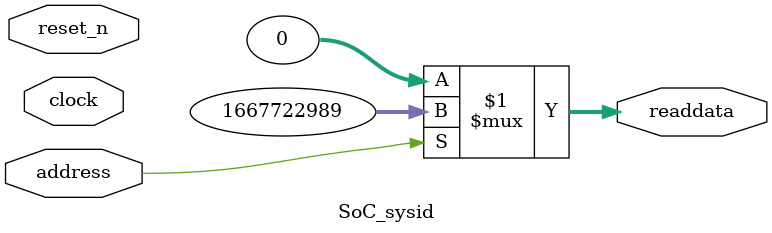
<source format=v>

`timescale 1ns / 1ps
// synthesis translate_on

// turn off superfluous verilog processor warnings 
// altera message_level Level1 
// altera message_off 10034 10035 10036 10037 10230 10240 10030 

module SoC_sysid (
               // inputs:
                address,
                clock,
                reset_n,

               // outputs:
                readdata
             )
;

  output  [ 31: 0] readdata;
  input            address;
  input            clock;
  input            reset_n;

  wire    [ 31: 0] readdata;
  //control_slave, which is an e_avalon_slave
  assign readdata = address ? 1667722989 : 0;

endmodule




</source>
